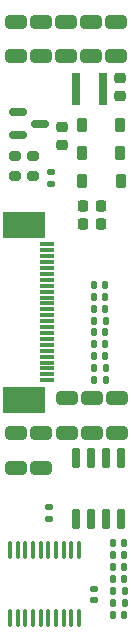
<source format=gbr>
%TF.GenerationSoftware,KiCad,Pcbnew,8.0.2-1.fc40*%
%TF.CreationDate,2025-03-27T00:28:51+07:00*%
%TF.ProjectId,magic-epaper,6d616769-632d-4657-9061-7065722e6b69,rev?*%
%TF.SameCoordinates,Original*%
%TF.FileFunction,Paste,Top*%
%TF.FilePolarity,Positive*%
%FSLAX46Y46*%
G04 Gerber Fmt 4.6, Leading zero omitted, Abs format (unit mm)*
G04 Created by KiCad (PCBNEW 8.0.2-1.fc40) date 2025-03-27 00:28:51*
%MOMM*%
%LPD*%
G01*
G04 APERTURE LIST*
G04 Aperture macros list*
%AMRoundRect*
0 Rectangle with rounded corners*
0 $1 Rounding radius*
0 $2 $3 $4 $5 $6 $7 $8 $9 X,Y pos of 4 corners*
0 Add a 4 corners polygon primitive as box body*
4,1,4,$2,$3,$4,$5,$6,$7,$8,$9,$2,$3,0*
0 Add four circle primitives for the rounded corners*
1,1,$1+$1,$2,$3*
1,1,$1+$1,$4,$5*
1,1,$1+$1,$6,$7*
1,1,$1+$1,$8,$9*
0 Add four rect primitives between the rounded corners*
20,1,$1+$1,$2,$3,$4,$5,0*
20,1,$1+$1,$4,$5,$6,$7,0*
20,1,$1+$1,$6,$7,$8,$9,0*
20,1,$1+$1,$8,$9,$2,$3,0*%
G04 Aperture macros list end*
%ADD10RoundRect,0.250000X0.650000X-0.325000X0.650000X0.325000X-0.650000X0.325000X-0.650000X-0.325000X0*%
%ADD11RoundRect,0.140000X0.140000X0.170000X-0.140000X0.170000X-0.140000X-0.170000X0.140000X-0.170000X0*%
%ADD12RoundRect,0.225000X-0.225000X-0.375000X0.225000X-0.375000X0.225000X0.375000X-0.225000X0.375000X0*%
%ADD13RoundRect,0.225000X0.225000X0.375000X-0.225000X0.375000X-0.225000X-0.375000X0.225000X-0.375000X0*%
%ADD14RoundRect,0.150000X0.150000X-0.725000X0.150000X0.725000X-0.150000X0.725000X-0.150000X-0.725000X0*%
%ADD15RoundRect,0.200000X-0.275000X0.200000X-0.275000X-0.200000X0.275000X-0.200000X0.275000X0.200000X0*%
%ADD16RoundRect,0.250000X-0.650000X0.325000X-0.650000X-0.325000X0.650000X-0.325000X0.650000X0.325000X0*%
%ADD17RoundRect,0.225000X-0.225000X-0.250000X0.225000X-0.250000X0.225000X0.250000X-0.225000X0.250000X0*%
%ADD18RoundRect,0.150000X-0.587500X-0.150000X0.587500X-0.150000X0.587500X0.150000X-0.587500X0.150000X0*%
%ADD19RoundRect,0.225000X0.250000X-0.225000X0.250000X0.225000X-0.250000X0.225000X-0.250000X-0.225000X0*%
%ADD20RoundRect,0.135000X-0.185000X0.135000X-0.185000X-0.135000X0.185000X-0.135000X0.185000X0.135000X0*%
%ADD21RoundRect,0.135000X0.135000X0.185000X-0.135000X0.185000X-0.135000X-0.185000X0.135000X-0.185000X0*%
%ADD22RoundRect,0.140000X-0.140000X-0.170000X0.140000X-0.170000X0.140000X0.170000X-0.140000X0.170000X0*%
%ADD23R,1.300000X0.300000*%
%ADD24R,3.600000X2.300000*%
%ADD25R,0.800000X2.700000*%
%ADD26RoundRect,0.225000X-0.250000X0.225000X-0.250000X-0.225000X0.250000X-0.225000X0.250000X0.225000X0*%
%ADD27RoundRect,0.140000X-0.170000X0.140000X-0.170000X-0.140000X0.170000X-0.140000X0.170000X0.140000X0*%
%ADD28RoundRect,0.100000X0.100000X-0.637500X0.100000X0.637500X-0.100000X0.637500X-0.100000X-0.637500X0*%
G04 APERTURE END LIST*
D10*
%TO.C,C20*%
X112336868Y-113702800D03*
X112336868Y-110752800D03*
%TD*%
D11*
%TO.C,C2*%
X117757756Y-104250000D03*
X116797756Y-104250000D03*
%TD*%
D12*
%TO.C,D2*%
X115781200Y-89442752D03*
X119081200Y-89442752D03*
%TD*%
D11*
%TO.C,C30*%
X119355000Y-121078000D03*
X118395000Y-121078000D03*
%TD*%
%TO.C,C6*%
X117762200Y-100250000D03*
X116802200Y-100250000D03*
%TD*%
D13*
%TO.C,D3*%
X119036200Y-87061252D03*
X115736200Y-87061252D03*
%TD*%
D14*
%TO.C,U2*%
X115295000Y-118025000D03*
X116565000Y-118025000D03*
X117835000Y-118025000D03*
X119105000Y-118025000D03*
X119105000Y-112875000D03*
X117835000Y-112875000D03*
X116565000Y-112875000D03*
X115295000Y-112875000D03*
%TD*%
D15*
%TO.C,R9*%
X110094000Y-87349000D03*
X110094000Y-88999000D03*
%TD*%
D11*
%TO.C,C1*%
X117759978Y-102250000D03*
X116799978Y-102250000D03*
%TD*%
D16*
%TO.C,C19*%
X114445868Y-75929400D03*
X114445868Y-78879400D03*
%TD*%
D17*
%TO.C,C9*%
X115821400Y-91501400D03*
X117371400Y-91501400D03*
%TD*%
D18*
%TO.C,Q1*%
X110348700Y-83611252D03*
X110348700Y-85511252D03*
X112223700Y-84561252D03*
%TD*%
D16*
%TO.C,C23*%
X114522068Y-107788450D03*
X114522068Y-110738450D03*
%TD*%
D19*
%TO.C,C13*%
X114086200Y-86407752D03*
X114086200Y-84857752D03*
%TD*%
D15*
%TO.C,R4*%
X111618000Y-87349000D03*
X111618000Y-88999000D03*
%TD*%
D10*
%TO.C,C24*%
X110170200Y-113702800D03*
X110170200Y-110752800D03*
%TD*%
D20*
%TO.C,R3*%
X113142000Y-88680000D03*
X113142000Y-89700000D03*
%TD*%
D16*
%TO.C,C17*%
X118679200Y-75929400D03*
X118679200Y-78879400D03*
%TD*%
D11*
%TO.C,C11*%
X117764422Y-103250000D03*
X116804422Y-103250000D03*
%TD*%
D16*
%TO.C,C21*%
X118755400Y-107788450D03*
X118755400Y-110738450D03*
%TD*%
D21*
%TO.C,R1*%
X119385000Y-124178000D03*
X118365000Y-124178000D03*
%TD*%
D22*
%TO.C,C28*%
X118395000Y-126178000D03*
X119355000Y-126178000D03*
%TD*%
D16*
%TO.C,C16*%
X110162534Y-75929400D03*
X110162534Y-78879400D03*
%TD*%
%TO.C,C22*%
X116638734Y-107788450D03*
X116638734Y-110738450D03*
%TD*%
%TO.C,C18*%
X116562534Y-75929400D03*
X116562534Y-78879400D03*
%TD*%
D11*
%TO.C,C5*%
X117762200Y-98250000D03*
X116802200Y-98250000D03*
%TD*%
D23*
%TO.C,J1*%
X112850000Y-94798500D03*
X112850000Y-95298500D03*
X112850000Y-95798500D03*
X112850000Y-96298500D03*
X112850000Y-96798500D03*
X112850000Y-97298500D03*
X112850000Y-97798500D03*
X112850000Y-98298500D03*
X112850000Y-98798500D03*
X112850000Y-99298500D03*
X112850000Y-99798500D03*
X112850000Y-100298500D03*
X112850000Y-100798500D03*
X112850000Y-101298500D03*
X112850000Y-101798500D03*
X112850000Y-102298500D03*
X112850000Y-102798500D03*
X112850000Y-103298500D03*
X112850000Y-103798500D03*
X112850000Y-104298500D03*
X112850000Y-104798500D03*
X112850000Y-105298500D03*
X112850000Y-105798500D03*
X112850000Y-106298500D03*
D24*
X110900000Y-93128500D03*
X110900000Y-107968500D03*
%TD*%
D11*
%TO.C,C27*%
X119355000Y-123136000D03*
X118395000Y-123136000D03*
%TD*%
D13*
%TO.C,D1*%
X119036200Y-84661252D03*
X115736200Y-84661252D03*
%TD*%
D11*
%TO.C,C31*%
X119355000Y-120062000D03*
X118395000Y-120062000D03*
%TD*%
D25*
%TO.C,L1*%
X117536200Y-81620800D03*
X115236200Y-81620800D03*
%TD*%
D26*
%TO.C,C12*%
X118986200Y-80686252D03*
X118986200Y-82236252D03*
%TD*%
D11*
%TO.C,C29*%
X119355000Y-122094000D03*
X118395000Y-122094000D03*
%TD*%
D27*
%TO.C,C14*%
X116800000Y-123970000D03*
X116800000Y-124930000D03*
%TD*%
D11*
%TO.C,C10*%
X117762200Y-99250000D03*
X116802200Y-99250000D03*
%TD*%
D21*
%TO.C,R2*%
X119385000Y-125178000D03*
X118365000Y-125178000D03*
%TD*%
D20*
%TO.C,R7*%
X113000000Y-117040000D03*
X113000000Y-118060000D03*
%TD*%
D11*
%TO.C,C3*%
X117771088Y-105250000D03*
X116811088Y-105250000D03*
%TD*%
%TO.C,C4*%
X117773310Y-106250000D03*
X116813310Y-106250000D03*
%TD*%
%TO.C,C7*%
X117775532Y-101250000D03*
X116815532Y-101250000D03*
%TD*%
D28*
%TO.C,U1*%
X109675000Y-126425000D03*
X110325000Y-126425000D03*
X110975000Y-126425000D03*
X111625000Y-126425000D03*
X112275000Y-126425000D03*
X112925000Y-126425000D03*
X113575000Y-126425000D03*
X114225000Y-126425000D03*
X114875000Y-126425000D03*
X115525000Y-126425000D03*
X115525000Y-120700000D03*
X114875000Y-120700000D03*
X114225000Y-120700000D03*
X113575000Y-120700000D03*
X112925000Y-120700000D03*
X112275000Y-120700000D03*
X111625000Y-120700000D03*
X110975000Y-120700000D03*
X110325000Y-120700000D03*
X109675000Y-120700000D03*
%TD*%
D17*
%TO.C,C8*%
X115821400Y-93101600D03*
X117371400Y-93101600D03*
%TD*%
D16*
%TO.C,C15*%
X112279200Y-75929400D03*
X112279200Y-78879400D03*
%TD*%
M02*

</source>
